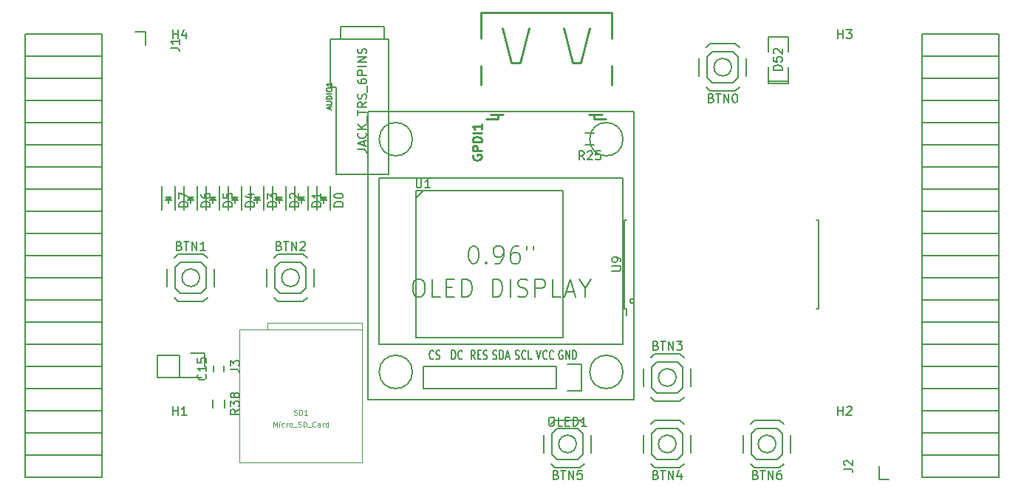
<source format=gto>
G04 #@! TF.FileFunction,Legend,Top*
%FSLAX46Y46*%
G04 Gerber Fmt 4.6, Leading zero omitted, Abs format (unit mm)*
G04 Created by KiCad (PCBNEW 4.0.5+dfsg1-4) date Wed May 17 14:14:23 2017*
%MOMM*%
%LPD*%
G01*
G04 APERTURE LIST*
%ADD10C,0.100000*%
%ADD11C,0.150000*%
%ADD12C,0.010160*%
%ADD13C,0.152400*%
%ADD14C,0.254000*%
%ADD15C,0.124460*%
G04 APERTURE END LIST*
D10*
D11*
X130080000Y-96200000D02*
X146880000Y-96200000D01*
X146880000Y-96200000D02*
X146880000Y-79400000D01*
X146880000Y-79400000D02*
X130080000Y-79400000D01*
X130080000Y-79400000D02*
X130080000Y-96200000D01*
X130880000Y-79400000D02*
X130080000Y-80200000D01*
X170427000Y-66881000D02*
X170427000Y-67135000D01*
X170427000Y-67135000D02*
X172713000Y-67135000D01*
X172713000Y-67135000D02*
X172713000Y-66881000D01*
X170427000Y-66881000D02*
X172713000Y-66881000D01*
X172713000Y-66881000D02*
X172713000Y-65230000D01*
X170427000Y-63452000D02*
X170427000Y-61801000D01*
X170427000Y-61801000D02*
X172713000Y-61801000D01*
X172713000Y-61801000D02*
X172713000Y-63452000D01*
X170427000Y-65230000D02*
X170427000Y-66881000D01*
D12*
X113070000Y-95320000D02*
X113070000Y-94520000D01*
X113070000Y-94520000D02*
X123870000Y-94520000D01*
X123870000Y-94520000D02*
X123870000Y-95320000D01*
X109870000Y-110520000D02*
X109870000Y-95320000D01*
X109870000Y-95320000D02*
X123870000Y-95320000D01*
X123870000Y-95320000D02*
X123870000Y-110520000D01*
X123870000Y-110520000D02*
X109870000Y-110520000D01*
D11*
X105260000Y-89360000D02*
G75*
G03X105260000Y-89360000I-1000000J0D01*
G01*
X103060000Y-87560000D02*
X105460000Y-87560000D01*
X102460000Y-88160000D02*
X103060000Y-87560000D01*
X102460000Y-90560000D02*
X102460000Y-88160000D01*
X103060000Y-91160000D02*
X102460000Y-90560000D01*
X105460000Y-91160000D02*
X103060000Y-91160000D01*
X106060000Y-90560000D02*
X105460000Y-91160000D01*
X106060000Y-88160000D02*
X106060000Y-90560000D01*
X105460000Y-87560000D02*
X106060000Y-88160000D01*
X102810000Y-86660000D02*
X105710000Y-86660000D01*
X102360000Y-87110000D02*
X102810000Y-86660000D01*
X101560000Y-90360000D02*
X101560000Y-88360000D01*
X102810000Y-92060000D02*
X102360000Y-91610000D01*
X105710000Y-92060000D02*
X102810000Y-92060000D01*
X106160000Y-91610000D02*
X105710000Y-92060000D01*
X106960000Y-88360000D02*
X106960000Y-90360000D01*
X105710000Y-86660000D02*
X106160000Y-87110000D01*
X116690000Y-89360000D02*
G75*
G03X116690000Y-89360000I-1000000J0D01*
G01*
X114490000Y-87560000D02*
X116890000Y-87560000D01*
X113890000Y-88160000D02*
X114490000Y-87560000D01*
X113890000Y-90560000D02*
X113890000Y-88160000D01*
X114490000Y-91160000D02*
X113890000Y-90560000D01*
X116890000Y-91160000D02*
X114490000Y-91160000D01*
X117490000Y-90560000D02*
X116890000Y-91160000D01*
X117490000Y-88160000D02*
X117490000Y-90560000D01*
X116890000Y-87560000D02*
X117490000Y-88160000D01*
X114240000Y-86660000D02*
X117140000Y-86660000D01*
X113790000Y-87110000D02*
X114240000Y-86660000D01*
X112990000Y-90360000D02*
X112990000Y-88360000D01*
X114240000Y-92060000D02*
X113790000Y-91610000D01*
X117140000Y-92060000D02*
X114240000Y-92060000D01*
X117590000Y-91610000D02*
X117140000Y-92060000D01*
X118390000Y-88360000D02*
X118390000Y-90360000D01*
X117140000Y-86660000D02*
X117590000Y-87110000D01*
X159870000Y-100790000D02*
G75*
G03X159870000Y-100790000I-1000000J0D01*
G01*
X157670000Y-98990000D02*
X160070000Y-98990000D01*
X157070000Y-99590000D02*
X157670000Y-98990000D01*
X157070000Y-101990000D02*
X157070000Y-99590000D01*
X157670000Y-102590000D02*
X157070000Y-101990000D01*
X160070000Y-102590000D02*
X157670000Y-102590000D01*
X160670000Y-101990000D02*
X160070000Y-102590000D01*
X160670000Y-99590000D02*
X160670000Y-101990000D01*
X160070000Y-98990000D02*
X160670000Y-99590000D01*
X157420000Y-98090000D02*
X160320000Y-98090000D01*
X156970000Y-98540000D02*
X157420000Y-98090000D01*
X156170000Y-101790000D02*
X156170000Y-99790000D01*
X157420000Y-103490000D02*
X156970000Y-103040000D01*
X160320000Y-103490000D02*
X157420000Y-103490000D01*
X160770000Y-103040000D02*
X160320000Y-103490000D01*
X161570000Y-99790000D02*
X161570000Y-101790000D01*
X160320000Y-98090000D02*
X160770000Y-98540000D01*
X159870000Y-108410000D02*
G75*
G03X159870000Y-108410000I-1000000J0D01*
G01*
X160070000Y-110210000D02*
X157670000Y-110210000D01*
X160670000Y-109610000D02*
X160070000Y-110210000D01*
X160670000Y-107210000D02*
X160670000Y-109610000D01*
X160070000Y-106610000D02*
X160670000Y-107210000D01*
X157670000Y-106610000D02*
X160070000Y-106610000D01*
X157070000Y-107210000D02*
X157670000Y-106610000D01*
X157070000Y-109610000D02*
X157070000Y-107210000D01*
X157670000Y-110210000D02*
X157070000Y-109610000D01*
X160320000Y-111110000D02*
X157420000Y-111110000D01*
X160770000Y-110660000D02*
X160320000Y-111110000D01*
X161570000Y-107410000D02*
X161570000Y-109410000D01*
X160320000Y-105710000D02*
X160770000Y-106160000D01*
X157420000Y-105710000D02*
X160320000Y-105710000D01*
X156970000Y-106160000D02*
X157420000Y-105710000D01*
X156170000Y-109410000D02*
X156170000Y-107410000D01*
X157420000Y-111110000D02*
X156970000Y-110660000D01*
X148440000Y-108410000D02*
G75*
G03X148440000Y-108410000I-1000000J0D01*
G01*
X148640000Y-110210000D02*
X146240000Y-110210000D01*
X149240000Y-109610000D02*
X148640000Y-110210000D01*
X149240000Y-107210000D02*
X149240000Y-109610000D01*
X148640000Y-106610000D02*
X149240000Y-107210000D01*
X146240000Y-106610000D02*
X148640000Y-106610000D01*
X145640000Y-107210000D02*
X146240000Y-106610000D01*
X145640000Y-109610000D02*
X145640000Y-107210000D01*
X146240000Y-110210000D02*
X145640000Y-109610000D01*
X148890000Y-111110000D02*
X145990000Y-111110000D01*
X149340000Y-110660000D02*
X148890000Y-111110000D01*
X150140000Y-107410000D02*
X150140000Y-109410000D01*
X148890000Y-105710000D02*
X149340000Y-106160000D01*
X145990000Y-105710000D02*
X148890000Y-105710000D01*
X145540000Y-106160000D02*
X145990000Y-105710000D01*
X144740000Y-109410000D02*
X144740000Y-107410000D01*
X145990000Y-111110000D02*
X145540000Y-110660000D01*
X171300000Y-108410000D02*
G75*
G03X171300000Y-108410000I-1000000J0D01*
G01*
X171500000Y-110210000D02*
X169100000Y-110210000D01*
X172100000Y-109610000D02*
X171500000Y-110210000D01*
X172100000Y-107210000D02*
X172100000Y-109610000D01*
X171500000Y-106610000D02*
X172100000Y-107210000D01*
X169100000Y-106610000D02*
X171500000Y-106610000D01*
X168500000Y-107210000D02*
X169100000Y-106610000D01*
X168500000Y-109610000D02*
X168500000Y-107210000D01*
X169100000Y-110210000D02*
X168500000Y-109610000D01*
X171750000Y-111110000D02*
X168850000Y-111110000D01*
X172200000Y-110660000D02*
X171750000Y-111110000D01*
X173000000Y-107410000D02*
X173000000Y-109410000D01*
X171750000Y-105710000D02*
X172200000Y-106160000D01*
X168850000Y-105710000D02*
X171750000Y-105710000D01*
X168400000Y-106160000D02*
X168850000Y-105710000D01*
X167600000Y-109410000D02*
X167600000Y-107410000D01*
X168850000Y-111110000D02*
X168400000Y-110660000D01*
X118750000Y-78870000D02*
X118750000Y-81570000D01*
X120250000Y-78870000D02*
X120250000Y-81570000D01*
X119350000Y-80370000D02*
X119600000Y-80370000D01*
X119600000Y-80370000D02*
X119450000Y-80220000D01*
X119850000Y-80120000D02*
X119150000Y-80120000D01*
X119500000Y-80470000D02*
X119500000Y-80820000D01*
X119500000Y-80120000D02*
X119850000Y-80470000D01*
X119850000Y-80470000D02*
X119150000Y-80470000D01*
X119150000Y-80470000D02*
X119500000Y-80120000D01*
X116210000Y-78870000D02*
X116210000Y-81570000D01*
X117710000Y-78870000D02*
X117710000Y-81570000D01*
X116810000Y-80370000D02*
X117060000Y-80370000D01*
X117060000Y-80370000D02*
X116910000Y-80220000D01*
X117310000Y-80120000D02*
X116610000Y-80120000D01*
X116960000Y-80470000D02*
X116960000Y-80820000D01*
X116960000Y-80120000D02*
X117310000Y-80470000D01*
X117310000Y-80470000D02*
X116610000Y-80470000D01*
X116610000Y-80470000D02*
X116960000Y-80120000D01*
X113670000Y-78870000D02*
X113670000Y-81570000D01*
X115170000Y-78870000D02*
X115170000Y-81570000D01*
X114270000Y-80370000D02*
X114520000Y-80370000D01*
X114520000Y-80370000D02*
X114370000Y-80220000D01*
X114770000Y-80120000D02*
X114070000Y-80120000D01*
X114420000Y-80470000D02*
X114420000Y-80820000D01*
X114420000Y-80120000D02*
X114770000Y-80470000D01*
X114770000Y-80470000D02*
X114070000Y-80470000D01*
X114070000Y-80470000D02*
X114420000Y-80120000D01*
X111130000Y-78870000D02*
X111130000Y-81570000D01*
X112630000Y-78870000D02*
X112630000Y-81570000D01*
X111730000Y-80370000D02*
X111980000Y-80370000D01*
X111980000Y-80370000D02*
X111830000Y-80220000D01*
X112230000Y-80120000D02*
X111530000Y-80120000D01*
X111880000Y-80470000D02*
X111880000Y-80820000D01*
X111880000Y-80120000D02*
X112230000Y-80470000D01*
X112230000Y-80470000D02*
X111530000Y-80470000D01*
X111530000Y-80470000D02*
X111880000Y-80120000D01*
X108590000Y-78870000D02*
X108590000Y-81570000D01*
X110090000Y-78870000D02*
X110090000Y-81570000D01*
X109190000Y-80370000D02*
X109440000Y-80370000D01*
X109440000Y-80370000D02*
X109290000Y-80220000D01*
X109690000Y-80120000D02*
X108990000Y-80120000D01*
X109340000Y-80470000D02*
X109340000Y-80820000D01*
X109340000Y-80120000D02*
X109690000Y-80470000D01*
X109690000Y-80470000D02*
X108990000Y-80470000D01*
X108990000Y-80470000D02*
X109340000Y-80120000D01*
X106050000Y-78870000D02*
X106050000Y-81570000D01*
X107550000Y-78870000D02*
X107550000Y-81570000D01*
X106650000Y-80370000D02*
X106900000Y-80370000D01*
X106900000Y-80370000D02*
X106750000Y-80220000D01*
X107150000Y-80120000D02*
X106450000Y-80120000D01*
X106800000Y-80470000D02*
X106800000Y-80820000D01*
X106800000Y-80120000D02*
X107150000Y-80470000D01*
X107150000Y-80470000D02*
X106450000Y-80470000D01*
X106450000Y-80470000D02*
X106800000Y-80120000D01*
X103510000Y-78870000D02*
X103510000Y-81570000D01*
X105010000Y-78870000D02*
X105010000Y-81570000D01*
X104110000Y-80370000D02*
X104360000Y-80370000D01*
X104360000Y-80370000D02*
X104210000Y-80220000D01*
X104610000Y-80120000D02*
X103910000Y-80120000D01*
X104260000Y-80470000D02*
X104260000Y-80820000D01*
X104260000Y-80120000D02*
X104610000Y-80470000D01*
X104610000Y-80470000D02*
X103910000Y-80470000D01*
X103910000Y-80470000D02*
X104260000Y-80120000D01*
X100970000Y-78870000D02*
X100970000Y-81570000D01*
X102470000Y-78870000D02*
X102470000Y-81570000D01*
X101570000Y-80370000D02*
X101820000Y-80370000D01*
X101820000Y-80370000D02*
X101670000Y-80220000D01*
X102070000Y-80120000D02*
X101370000Y-80120000D01*
X101720000Y-80470000D02*
X101720000Y-80820000D01*
X101720000Y-80120000D02*
X102070000Y-80470000D01*
X102070000Y-80470000D02*
X101370000Y-80470000D01*
X101370000Y-80470000D02*
X101720000Y-80120000D01*
D13*
X120945000Y-77540000D02*
X120945000Y-67540000D01*
X120945000Y-67540000D02*
X120245000Y-67540000D01*
X120245000Y-67540000D02*
X120245000Y-62040000D01*
X126945000Y-77540000D02*
X120945000Y-77540000D01*
X126945000Y-62040000D02*
X126945000Y-77540000D01*
X126945000Y-62040000D02*
X120245000Y-62040000D01*
X126445000Y-62040000D02*
X126445000Y-60540000D01*
X126445000Y-60540000D02*
X121445000Y-60540000D01*
X121445000Y-60540000D02*
X121445000Y-62040000D01*
D11*
X176180000Y-92880000D02*
X175980000Y-92880000D01*
X176180000Y-82720000D02*
X175980000Y-82720000D01*
X155080000Y-92050000D02*
G75*
G03X155080000Y-92050000I-250000J0D01*
G01*
X154180000Y-92880000D02*
X154180000Y-93700000D01*
X153980000Y-92880000D02*
X154180000Y-92880000D01*
X153980000Y-82720000D02*
X154180000Y-82720000D01*
X176190000Y-82720000D02*
X176190000Y-92880000D01*
X153970000Y-92880000D02*
X153970000Y-82720000D01*
D14*
X151378260Y-70648160D02*
X150479100Y-70648160D01*
X150479100Y-70648160D02*
X149879660Y-70648160D01*
X140080340Y-70648160D02*
X139480900Y-70648160D01*
X139480900Y-70648160D02*
X138581740Y-70648160D01*
X137481920Y-67249640D02*
X137481920Y-65098260D01*
X137481920Y-61900400D02*
X137481920Y-58992100D01*
X137481920Y-58992100D02*
X152478080Y-58992100D01*
X152478080Y-58992100D02*
X152478080Y-61900400D01*
X152478080Y-65098260D02*
X152478080Y-67249640D01*
X138106760Y-71148540D02*
X139480900Y-71148540D01*
X139480900Y-71148540D02*
X139480900Y-70648160D01*
X150479100Y-70648160D02*
X150479100Y-71148540D01*
X150479100Y-71148540D02*
X151865940Y-71148540D01*
X142981020Y-60732000D02*
X141980260Y-64732500D01*
X141980260Y-64732500D02*
X140982040Y-64732500D01*
X140982040Y-64732500D02*
X139981280Y-60732000D01*
X146978980Y-60732000D02*
X147979740Y-64732500D01*
X147979740Y-64732500D02*
X148977960Y-64732500D01*
X148977960Y-64732500D02*
X149978720Y-60732000D01*
D11*
X85270000Y-112220000D02*
X94100000Y-112220000D01*
X85270000Y-109680000D02*
X85270000Y-112220000D01*
X94100000Y-109680000D02*
X94100000Y-112220000D01*
X94100000Y-112220000D02*
X85270000Y-112220000D01*
X94100000Y-109680000D02*
X85270000Y-109680000D01*
X94100000Y-107140000D02*
X94100000Y-109680000D01*
X85270000Y-107140000D02*
X85270000Y-109680000D01*
X85270000Y-109680000D02*
X94100000Y-109680000D01*
X85270000Y-91900000D02*
X94100000Y-91900000D01*
X85270000Y-89360000D02*
X85270000Y-91900000D01*
X94100000Y-89360000D02*
X94100000Y-91900000D01*
X94100000Y-91900000D02*
X85270000Y-91900000D01*
X94100000Y-94440000D02*
X85270000Y-94440000D01*
X94100000Y-91900000D02*
X94100000Y-94440000D01*
X85270000Y-91900000D02*
X85270000Y-94440000D01*
X85270000Y-94440000D02*
X94100000Y-94440000D01*
X85270000Y-107140000D02*
X94100000Y-107140000D01*
X85270000Y-104600000D02*
X85270000Y-107140000D01*
X94100000Y-104600000D02*
X94100000Y-107140000D01*
X94100000Y-107140000D02*
X85270000Y-107140000D01*
X94100000Y-104600000D02*
X85270000Y-104600000D01*
X94100000Y-102060000D02*
X94100000Y-104600000D01*
X85270000Y-102060000D02*
X85270000Y-104600000D01*
X85270000Y-104600000D02*
X94100000Y-104600000D01*
X85270000Y-102060000D02*
X94100000Y-102060000D01*
X85270000Y-99520000D02*
X85270000Y-102060000D01*
X94100000Y-99520000D02*
X94100000Y-102060000D01*
X94100000Y-102060000D02*
X85270000Y-102060000D01*
X94100000Y-99520000D02*
X85270000Y-99520000D01*
X94100000Y-96980000D02*
X94100000Y-99520000D01*
X85270000Y-96980000D02*
X85270000Y-99520000D01*
X85270000Y-99520000D02*
X94100000Y-99520000D01*
X85270000Y-96980000D02*
X94100000Y-96980000D01*
X85270000Y-94440000D02*
X85270000Y-96980000D01*
X94100000Y-94440000D02*
X94100000Y-96980000D01*
X94100000Y-96980000D02*
X85270000Y-96980000D01*
X94100000Y-79200000D02*
X85270000Y-79200000D01*
X94100000Y-76660000D02*
X94100000Y-79200000D01*
X85270000Y-76660000D02*
X85270000Y-79200000D01*
X85270000Y-79200000D02*
X94100000Y-79200000D01*
X85270000Y-81740000D02*
X94100000Y-81740000D01*
X85270000Y-79200000D02*
X85270000Y-81740000D01*
X94100000Y-79200000D02*
X94100000Y-81740000D01*
X94100000Y-81740000D02*
X85270000Y-81740000D01*
X94100000Y-84280000D02*
X85270000Y-84280000D01*
X94100000Y-81740000D02*
X94100000Y-84280000D01*
X85270000Y-81740000D02*
X85270000Y-84280000D01*
X85270000Y-84280000D02*
X94100000Y-84280000D01*
X85270000Y-86820000D02*
X94100000Y-86820000D01*
X85270000Y-84280000D02*
X85270000Y-86820000D01*
X94100000Y-84280000D02*
X94100000Y-86820000D01*
X94100000Y-86820000D02*
X85270000Y-86820000D01*
X94100000Y-89360000D02*
X85270000Y-89360000D01*
X94100000Y-86820000D02*
X94100000Y-89360000D01*
X85270000Y-86820000D02*
X85270000Y-89360000D01*
X85270000Y-89360000D02*
X94100000Y-89360000D01*
X85270000Y-76660000D02*
X94100000Y-76660000D01*
X85270000Y-74120000D02*
X85270000Y-76660000D01*
X94100000Y-74120000D02*
X94100000Y-76660000D01*
X94100000Y-76660000D02*
X85270000Y-76660000D01*
X94100000Y-74120000D02*
X85270000Y-74120000D01*
X94100000Y-71580000D02*
X94100000Y-74120000D01*
X85270000Y-71580000D02*
X85270000Y-74120000D01*
X85270000Y-74120000D02*
X94100000Y-74120000D01*
X85270000Y-71580000D02*
X94100000Y-71580000D01*
X85270000Y-69040000D02*
X85270000Y-71580000D01*
X94100000Y-69040000D02*
X94100000Y-71580000D01*
X94100000Y-71580000D02*
X85270000Y-71580000D01*
X94100000Y-69040000D02*
X85270000Y-69040000D01*
X94100000Y-66500000D02*
X94100000Y-69040000D01*
X85270000Y-66500000D02*
X85270000Y-69040000D01*
X85270000Y-69040000D02*
X94100000Y-69040000D01*
X85270000Y-66500000D02*
X94100000Y-66500000D01*
X85270000Y-63960000D02*
X85270000Y-66500000D01*
X94100000Y-63960000D02*
X94100000Y-66500000D01*
X94100000Y-66500000D02*
X85270000Y-66500000D01*
X94100000Y-63960000D02*
X85270000Y-63960000D01*
X94100000Y-61420000D02*
X94100000Y-63960000D01*
X99060000Y-62690000D02*
X99060000Y-61140000D01*
X99060000Y-61140000D02*
X97910000Y-61140000D01*
X94100000Y-61420000D02*
X85270000Y-61420000D01*
X85270000Y-61420000D02*
X85270000Y-63960000D01*
X85270000Y-63960000D02*
X94100000Y-63960000D01*
X196910000Y-61420000D02*
X188080000Y-61420000D01*
X196910000Y-63960000D02*
X196910000Y-61420000D01*
X188080000Y-63960000D02*
X188080000Y-61420000D01*
X188080000Y-61420000D02*
X196910000Y-61420000D01*
X188080000Y-63960000D02*
X196910000Y-63960000D01*
X188080000Y-66500000D02*
X188080000Y-63960000D01*
X196910000Y-66500000D02*
X196910000Y-63960000D01*
X196910000Y-63960000D02*
X188080000Y-63960000D01*
X196910000Y-81740000D02*
X188080000Y-81740000D01*
X196910000Y-84280000D02*
X196910000Y-81740000D01*
X188080000Y-84280000D02*
X188080000Y-81740000D01*
X188080000Y-81740000D02*
X196910000Y-81740000D01*
X188080000Y-79200000D02*
X196910000Y-79200000D01*
X188080000Y-81740000D02*
X188080000Y-79200000D01*
X196910000Y-81740000D02*
X196910000Y-79200000D01*
X196910000Y-79200000D02*
X188080000Y-79200000D01*
X196910000Y-66500000D02*
X188080000Y-66500000D01*
X196910000Y-69040000D02*
X196910000Y-66500000D01*
X188080000Y-69040000D02*
X188080000Y-66500000D01*
X188080000Y-66500000D02*
X196910000Y-66500000D01*
X188080000Y-69040000D02*
X196910000Y-69040000D01*
X188080000Y-71580000D02*
X188080000Y-69040000D01*
X196910000Y-71580000D02*
X196910000Y-69040000D01*
X196910000Y-69040000D02*
X188080000Y-69040000D01*
X196910000Y-71580000D02*
X188080000Y-71580000D01*
X196910000Y-74120000D02*
X196910000Y-71580000D01*
X188080000Y-74120000D02*
X188080000Y-71580000D01*
X188080000Y-71580000D02*
X196910000Y-71580000D01*
X188080000Y-74120000D02*
X196910000Y-74120000D01*
X188080000Y-76660000D02*
X188080000Y-74120000D01*
X196910000Y-76660000D02*
X196910000Y-74120000D01*
X196910000Y-74120000D02*
X188080000Y-74120000D01*
X196910000Y-76660000D02*
X188080000Y-76660000D01*
X196910000Y-79200000D02*
X196910000Y-76660000D01*
X188080000Y-79200000D02*
X188080000Y-76660000D01*
X188080000Y-76660000D02*
X196910000Y-76660000D01*
X188080000Y-94440000D02*
X196910000Y-94440000D01*
X188080000Y-96980000D02*
X188080000Y-94440000D01*
X196910000Y-96980000D02*
X196910000Y-94440000D01*
X196910000Y-94440000D02*
X188080000Y-94440000D01*
X196910000Y-91900000D02*
X188080000Y-91900000D01*
X196910000Y-94440000D02*
X196910000Y-91900000D01*
X188080000Y-94440000D02*
X188080000Y-91900000D01*
X188080000Y-91900000D02*
X196910000Y-91900000D01*
X188080000Y-89360000D02*
X196910000Y-89360000D01*
X188080000Y-91900000D02*
X188080000Y-89360000D01*
X196910000Y-91900000D02*
X196910000Y-89360000D01*
X196910000Y-89360000D02*
X188080000Y-89360000D01*
X196910000Y-86820000D02*
X188080000Y-86820000D01*
X196910000Y-89360000D02*
X196910000Y-86820000D01*
X188080000Y-89360000D02*
X188080000Y-86820000D01*
X188080000Y-86820000D02*
X196910000Y-86820000D01*
X188080000Y-84280000D02*
X196910000Y-84280000D01*
X188080000Y-86820000D02*
X188080000Y-84280000D01*
X196910000Y-86820000D02*
X196910000Y-84280000D01*
X196910000Y-84280000D02*
X188080000Y-84280000D01*
X196910000Y-96980000D02*
X188080000Y-96980000D01*
X196910000Y-99520000D02*
X196910000Y-96980000D01*
X188080000Y-99520000D02*
X188080000Y-96980000D01*
X188080000Y-96980000D02*
X196910000Y-96980000D01*
X188080000Y-99520000D02*
X196910000Y-99520000D01*
X188080000Y-102060000D02*
X188080000Y-99520000D01*
X196910000Y-102060000D02*
X196910000Y-99520000D01*
X196910000Y-99520000D02*
X188080000Y-99520000D01*
X196910000Y-102060000D02*
X188080000Y-102060000D01*
X196910000Y-104600000D02*
X196910000Y-102060000D01*
X188080000Y-104600000D02*
X188080000Y-102060000D01*
X188080000Y-102060000D02*
X196910000Y-102060000D01*
X188080000Y-104600000D02*
X196910000Y-104600000D01*
X188080000Y-107140000D02*
X188080000Y-104600000D01*
X196910000Y-107140000D02*
X196910000Y-104600000D01*
X196910000Y-104600000D02*
X188080000Y-104600000D01*
X196910000Y-107140000D02*
X188080000Y-107140000D01*
X196910000Y-109680000D02*
X196910000Y-107140000D01*
X188080000Y-109680000D02*
X188080000Y-107140000D01*
X188080000Y-107140000D02*
X196910000Y-107140000D01*
X188080000Y-109680000D02*
X196910000Y-109680000D01*
X188080000Y-112220000D02*
X188080000Y-109680000D01*
X183120000Y-110950000D02*
X183120000Y-112500000D01*
X183120000Y-112500000D02*
X184270000Y-112500000D01*
X188080000Y-112220000D02*
X196910000Y-112220000D01*
X196910000Y-112220000D02*
X196910000Y-109680000D01*
X196910000Y-109680000D02*
X188080000Y-109680000D01*
X166220000Y-65230000D02*
G75*
G03X166220000Y-65230000I-1000000J0D01*
G01*
X166420000Y-67030000D02*
X164020000Y-67030000D01*
X167020000Y-66430000D02*
X166420000Y-67030000D01*
X167020000Y-64030000D02*
X167020000Y-66430000D01*
X166420000Y-63430000D02*
X167020000Y-64030000D01*
X164020000Y-63430000D02*
X166420000Y-63430000D01*
X163420000Y-64030000D02*
X164020000Y-63430000D01*
X163420000Y-66430000D02*
X163420000Y-64030000D01*
X164020000Y-67030000D02*
X163420000Y-66430000D01*
X166670000Y-67930000D02*
X163770000Y-67930000D01*
X167120000Y-67480000D02*
X166670000Y-67930000D01*
X167920000Y-64230000D02*
X167920000Y-66230000D01*
X166670000Y-62530000D02*
X167120000Y-62980000D01*
X163770000Y-62530000D02*
X166670000Y-62530000D01*
X163320000Y-62980000D02*
X163770000Y-62530000D01*
X162520000Y-66230000D02*
X162520000Y-64230000D01*
X163770000Y-67930000D02*
X163320000Y-67480000D01*
X149480000Y-72810000D02*
X150480000Y-72810000D01*
X150480000Y-74160000D02*
X149480000Y-74160000D01*
X105810000Y-99520000D02*
X105810000Y-97970000D01*
X102990000Y-100790000D02*
X105530000Y-100790000D01*
X105810000Y-97970000D02*
X104260000Y-97970000D01*
X100450000Y-100790000D02*
X102990000Y-100790000D01*
X102990000Y-100790000D02*
X102990000Y-98250000D01*
X102990000Y-98250000D02*
X100450000Y-98250000D01*
X100450000Y-98250000D02*
X100450000Y-100790000D01*
X153790000Y-73485000D02*
G75*
G03X153790000Y-73485000I-1905000J0D01*
G01*
X129660000Y-73485000D02*
G75*
G03X129660000Y-73485000I-1905000J0D01*
G01*
X129660000Y-100155000D02*
G75*
G03X129660000Y-100155000I-1905000J0D01*
G01*
X153790000Y-100155000D02*
G75*
G03X153790000Y-100155000I-1905000J0D01*
G01*
X153790000Y-77930000D02*
X153790000Y-96980000D01*
X125850000Y-77930000D02*
X153790000Y-77930000D01*
X125850000Y-96980000D02*
X125850000Y-77930000D01*
X153790000Y-96980000D02*
X125850000Y-96980000D01*
X155060000Y-70310000D02*
X155060000Y-103330000D01*
X124580000Y-70310000D02*
X155060000Y-70310000D01*
X124580000Y-103330000D02*
X124580000Y-70310000D01*
X155060000Y-103330000D02*
X124580000Y-103330000D01*
X146170000Y-99520000D02*
X130930000Y-99520000D01*
X130930000Y-99520000D02*
X130930000Y-102060000D01*
X130930000Y-102060000D02*
X146170000Y-102060000D01*
X148990000Y-99240000D02*
X147440000Y-99240000D01*
X146170000Y-99520000D02*
X146170000Y-102060000D01*
X147440000Y-102340000D02*
X148990000Y-102340000D01*
X148990000Y-102340000D02*
X148990000Y-99240000D01*
X106880000Y-100150000D02*
X106880000Y-99450000D01*
X108080000Y-99450000D02*
X108080000Y-100150000D01*
X106805000Y-104300000D02*
X106805000Y-103300000D01*
X108155000Y-103300000D02*
X108155000Y-104300000D01*
X130118095Y-78052381D02*
X130118095Y-78861905D01*
X130165714Y-78957143D01*
X130213333Y-79004762D01*
X130308571Y-79052381D01*
X130499048Y-79052381D01*
X130594286Y-79004762D01*
X130641905Y-78957143D01*
X130689524Y-78861905D01*
X130689524Y-78052381D01*
X131689524Y-79052381D02*
X131118095Y-79052381D01*
X131403809Y-79052381D02*
X131403809Y-78052381D01*
X131308571Y-78195238D01*
X131213333Y-78290476D01*
X131118095Y-78338095D01*
X172022381Y-65555286D02*
X171022381Y-65555286D01*
X171022381Y-65317191D01*
X171070000Y-65174333D01*
X171165238Y-65079095D01*
X171260476Y-65031476D01*
X171450952Y-64983857D01*
X171593810Y-64983857D01*
X171784286Y-65031476D01*
X171879524Y-65079095D01*
X171974762Y-65174333D01*
X172022381Y-65317191D01*
X172022381Y-65555286D01*
X171022381Y-64079095D02*
X171022381Y-64555286D01*
X171498571Y-64602905D01*
X171450952Y-64555286D01*
X171403333Y-64460048D01*
X171403333Y-64221952D01*
X171450952Y-64126714D01*
X171498571Y-64079095D01*
X171593810Y-64031476D01*
X171831905Y-64031476D01*
X171927143Y-64079095D01*
X171974762Y-64126714D01*
X172022381Y-64221952D01*
X172022381Y-64460048D01*
X171974762Y-64555286D01*
X171927143Y-64602905D01*
X171117619Y-63650524D02*
X171070000Y-63602905D01*
X171022381Y-63507667D01*
X171022381Y-63269571D01*
X171070000Y-63174333D01*
X171117619Y-63126714D01*
X171212857Y-63079095D01*
X171308095Y-63079095D01*
X171450952Y-63126714D01*
X172022381Y-63698143D01*
X172022381Y-63079095D01*
D15*
X116113564Y-105062630D02*
X116199198Y-105091175D01*
X116341922Y-105091175D01*
X116399012Y-105062630D01*
X116427556Y-105034086D01*
X116456101Y-104976996D01*
X116456101Y-104919907D01*
X116427556Y-104862817D01*
X116399012Y-104834272D01*
X116341922Y-104805728D01*
X116227743Y-104777183D01*
X116170654Y-104748638D01*
X116142109Y-104720093D01*
X116113564Y-104663004D01*
X116113564Y-104605914D01*
X116142109Y-104548825D01*
X116170654Y-104520280D01*
X116227743Y-104491735D01*
X116370467Y-104491735D01*
X116456101Y-104520280D01*
X116713004Y-105091175D02*
X116713004Y-104491735D01*
X116855728Y-104491735D01*
X116941362Y-104520280D01*
X116998451Y-104577370D01*
X117026996Y-104634459D01*
X117055541Y-104748638D01*
X117055541Y-104834272D01*
X117026996Y-104948451D01*
X116998451Y-105005541D01*
X116941362Y-105062630D01*
X116855728Y-105091175D01*
X116713004Y-105091175D01*
X117626436Y-105091175D02*
X117283899Y-105091175D01*
X117455168Y-105091175D02*
X117455168Y-104491735D01*
X117398078Y-104577370D01*
X117340989Y-104634459D01*
X117283899Y-104663004D01*
X113744350Y-106441175D02*
X113744350Y-105841735D01*
X113944163Y-106269907D01*
X114143976Y-105841735D01*
X114143976Y-106441175D01*
X114429424Y-106441175D02*
X114429424Y-106041549D01*
X114429424Y-105841735D02*
X114400879Y-105870280D01*
X114429424Y-105898825D01*
X114457969Y-105870280D01*
X114429424Y-105841735D01*
X114429424Y-105898825D01*
X114971775Y-106412630D02*
X114914685Y-106441175D01*
X114800506Y-106441175D01*
X114743417Y-106412630D01*
X114714872Y-106384086D01*
X114686327Y-106326996D01*
X114686327Y-106155728D01*
X114714872Y-106098638D01*
X114743417Y-106070093D01*
X114800506Y-106041549D01*
X114914685Y-106041549D01*
X114971775Y-106070093D01*
X115228678Y-106441175D02*
X115228678Y-106041549D01*
X115228678Y-106155728D02*
X115257223Y-106098638D01*
X115285767Y-106070093D01*
X115342857Y-106041549D01*
X115399946Y-106041549D01*
X115685394Y-106441175D02*
X115628305Y-106412630D01*
X115599760Y-106384086D01*
X115571215Y-106326996D01*
X115571215Y-106155728D01*
X115599760Y-106098638D01*
X115628305Y-106070093D01*
X115685394Y-106041549D01*
X115771028Y-106041549D01*
X115828118Y-106070093D01*
X115856663Y-106098638D01*
X115885207Y-106155728D01*
X115885207Y-106326996D01*
X115856663Y-106384086D01*
X115828118Y-106412630D01*
X115771028Y-106441175D01*
X115685394Y-106441175D01*
X115999386Y-106498265D02*
X116456102Y-106498265D01*
X116570281Y-106412630D02*
X116655915Y-106441175D01*
X116798639Y-106441175D01*
X116855729Y-106412630D01*
X116884273Y-106384086D01*
X116912818Y-106326996D01*
X116912818Y-106269907D01*
X116884273Y-106212817D01*
X116855729Y-106184272D01*
X116798639Y-106155728D01*
X116684460Y-106127183D01*
X116627371Y-106098638D01*
X116598826Y-106070093D01*
X116570281Y-106013004D01*
X116570281Y-105955914D01*
X116598826Y-105898825D01*
X116627371Y-105870280D01*
X116684460Y-105841735D01*
X116827184Y-105841735D01*
X116912818Y-105870280D01*
X117169721Y-106441175D02*
X117169721Y-105841735D01*
X117312445Y-105841735D01*
X117398079Y-105870280D01*
X117455168Y-105927370D01*
X117483713Y-105984459D01*
X117512258Y-106098638D01*
X117512258Y-106184272D01*
X117483713Y-106298451D01*
X117455168Y-106355541D01*
X117398079Y-106412630D01*
X117312445Y-106441175D01*
X117169721Y-106441175D01*
X117626437Y-106498265D02*
X118083153Y-106498265D01*
X118568414Y-106384086D02*
X118539869Y-106412630D01*
X118454235Y-106441175D01*
X118397145Y-106441175D01*
X118311511Y-106412630D01*
X118254422Y-106355541D01*
X118225877Y-106298451D01*
X118197332Y-106184272D01*
X118197332Y-106098638D01*
X118225877Y-105984459D01*
X118254422Y-105927370D01*
X118311511Y-105870280D01*
X118397145Y-105841735D01*
X118454235Y-105841735D01*
X118539869Y-105870280D01*
X118568414Y-105898825D01*
X119082220Y-106441175D02*
X119082220Y-106127183D01*
X119053675Y-106070093D01*
X118996585Y-106041549D01*
X118882406Y-106041549D01*
X118825317Y-106070093D01*
X119082220Y-106412630D02*
X119025130Y-106441175D01*
X118882406Y-106441175D01*
X118825317Y-106412630D01*
X118796772Y-106355541D01*
X118796772Y-106298451D01*
X118825317Y-106241362D01*
X118882406Y-106212817D01*
X119025130Y-106212817D01*
X119082220Y-106184272D01*
X119367667Y-106441175D02*
X119367667Y-106041549D01*
X119367667Y-106155728D02*
X119396212Y-106098638D01*
X119424756Y-106070093D01*
X119481846Y-106041549D01*
X119538935Y-106041549D01*
X119995652Y-106441175D02*
X119995652Y-105841735D01*
X119995652Y-106412630D02*
X119938562Y-106441175D01*
X119824383Y-106441175D01*
X119767294Y-106412630D01*
X119738749Y-106384086D01*
X119710204Y-106326996D01*
X119710204Y-106155728D01*
X119738749Y-106098638D01*
X119767294Y-106070093D01*
X119824383Y-106041549D01*
X119938562Y-106041549D01*
X119995652Y-106070093D01*
D11*
X102950477Y-85688571D02*
X103093334Y-85736190D01*
X103140953Y-85783810D01*
X103188572Y-85879048D01*
X103188572Y-86021905D01*
X103140953Y-86117143D01*
X103093334Y-86164762D01*
X102998096Y-86212381D01*
X102617143Y-86212381D01*
X102617143Y-85212381D01*
X102950477Y-85212381D01*
X103045715Y-85260000D01*
X103093334Y-85307619D01*
X103140953Y-85402857D01*
X103140953Y-85498095D01*
X103093334Y-85593333D01*
X103045715Y-85640952D01*
X102950477Y-85688571D01*
X102617143Y-85688571D01*
X103474286Y-85212381D02*
X104045715Y-85212381D01*
X103760000Y-86212381D02*
X103760000Y-85212381D01*
X104379048Y-86212381D02*
X104379048Y-85212381D01*
X104950477Y-86212381D01*
X104950477Y-85212381D01*
X105950477Y-86212381D02*
X105379048Y-86212381D01*
X105664762Y-86212381D02*
X105664762Y-85212381D01*
X105569524Y-85355238D01*
X105474286Y-85450476D01*
X105379048Y-85498095D01*
X114380477Y-85688571D02*
X114523334Y-85736190D01*
X114570953Y-85783810D01*
X114618572Y-85879048D01*
X114618572Y-86021905D01*
X114570953Y-86117143D01*
X114523334Y-86164762D01*
X114428096Y-86212381D01*
X114047143Y-86212381D01*
X114047143Y-85212381D01*
X114380477Y-85212381D01*
X114475715Y-85260000D01*
X114523334Y-85307619D01*
X114570953Y-85402857D01*
X114570953Y-85498095D01*
X114523334Y-85593333D01*
X114475715Y-85640952D01*
X114380477Y-85688571D01*
X114047143Y-85688571D01*
X114904286Y-85212381D02*
X115475715Y-85212381D01*
X115190000Y-86212381D02*
X115190000Y-85212381D01*
X115809048Y-86212381D02*
X115809048Y-85212381D01*
X116380477Y-86212381D01*
X116380477Y-85212381D01*
X116809048Y-85307619D02*
X116856667Y-85260000D01*
X116951905Y-85212381D01*
X117190001Y-85212381D01*
X117285239Y-85260000D01*
X117332858Y-85307619D01*
X117380477Y-85402857D01*
X117380477Y-85498095D01*
X117332858Y-85640952D01*
X116761429Y-86212381D01*
X117380477Y-86212381D01*
X157560477Y-97118571D02*
X157703334Y-97166190D01*
X157750953Y-97213810D01*
X157798572Y-97309048D01*
X157798572Y-97451905D01*
X157750953Y-97547143D01*
X157703334Y-97594762D01*
X157608096Y-97642381D01*
X157227143Y-97642381D01*
X157227143Y-96642381D01*
X157560477Y-96642381D01*
X157655715Y-96690000D01*
X157703334Y-96737619D01*
X157750953Y-96832857D01*
X157750953Y-96928095D01*
X157703334Y-97023333D01*
X157655715Y-97070952D01*
X157560477Y-97118571D01*
X157227143Y-97118571D01*
X158084286Y-96642381D02*
X158655715Y-96642381D01*
X158370000Y-97642381D02*
X158370000Y-96642381D01*
X158989048Y-97642381D02*
X158989048Y-96642381D01*
X159560477Y-97642381D01*
X159560477Y-96642381D01*
X159941429Y-96642381D02*
X160560477Y-96642381D01*
X160227143Y-97023333D01*
X160370001Y-97023333D01*
X160465239Y-97070952D01*
X160512858Y-97118571D01*
X160560477Y-97213810D01*
X160560477Y-97451905D01*
X160512858Y-97547143D01*
X160465239Y-97594762D01*
X160370001Y-97642381D01*
X160084286Y-97642381D01*
X159989048Y-97594762D01*
X159941429Y-97547143D01*
X157560477Y-111938571D02*
X157703334Y-111986190D01*
X157750953Y-112033810D01*
X157798572Y-112129048D01*
X157798572Y-112271905D01*
X157750953Y-112367143D01*
X157703334Y-112414762D01*
X157608096Y-112462381D01*
X157227143Y-112462381D01*
X157227143Y-111462381D01*
X157560477Y-111462381D01*
X157655715Y-111510000D01*
X157703334Y-111557619D01*
X157750953Y-111652857D01*
X157750953Y-111748095D01*
X157703334Y-111843333D01*
X157655715Y-111890952D01*
X157560477Y-111938571D01*
X157227143Y-111938571D01*
X158084286Y-111462381D02*
X158655715Y-111462381D01*
X158370000Y-112462381D02*
X158370000Y-111462381D01*
X158989048Y-112462381D02*
X158989048Y-111462381D01*
X159560477Y-112462381D01*
X159560477Y-111462381D01*
X160465239Y-111795714D02*
X160465239Y-112462381D01*
X160227143Y-111414762D02*
X159989048Y-112129048D01*
X160608096Y-112129048D01*
X146130477Y-111938571D02*
X146273334Y-111986190D01*
X146320953Y-112033810D01*
X146368572Y-112129048D01*
X146368572Y-112271905D01*
X146320953Y-112367143D01*
X146273334Y-112414762D01*
X146178096Y-112462381D01*
X145797143Y-112462381D01*
X145797143Y-111462381D01*
X146130477Y-111462381D01*
X146225715Y-111510000D01*
X146273334Y-111557619D01*
X146320953Y-111652857D01*
X146320953Y-111748095D01*
X146273334Y-111843333D01*
X146225715Y-111890952D01*
X146130477Y-111938571D01*
X145797143Y-111938571D01*
X146654286Y-111462381D02*
X147225715Y-111462381D01*
X146940000Y-112462381D02*
X146940000Y-111462381D01*
X147559048Y-112462381D02*
X147559048Y-111462381D01*
X148130477Y-112462381D01*
X148130477Y-111462381D01*
X149082858Y-111462381D02*
X148606667Y-111462381D01*
X148559048Y-111938571D01*
X148606667Y-111890952D01*
X148701905Y-111843333D01*
X148940001Y-111843333D01*
X149035239Y-111890952D01*
X149082858Y-111938571D01*
X149130477Y-112033810D01*
X149130477Y-112271905D01*
X149082858Y-112367143D01*
X149035239Y-112414762D01*
X148940001Y-112462381D01*
X148701905Y-112462381D01*
X148606667Y-112414762D01*
X148559048Y-112367143D01*
X168990477Y-111938571D02*
X169133334Y-111986190D01*
X169180953Y-112033810D01*
X169228572Y-112129048D01*
X169228572Y-112271905D01*
X169180953Y-112367143D01*
X169133334Y-112414762D01*
X169038096Y-112462381D01*
X168657143Y-112462381D01*
X168657143Y-111462381D01*
X168990477Y-111462381D01*
X169085715Y-111510000D01*
X169133334Y-111557619D01*
X169180953Y-111652857D01*
X169180953Y-111748095D01*
X169133334Y-111843333D01*
X169085715Y-111890952D01*
X168990477Y-111938571D01*
X168657143Y-111938571D01*
X169514286Y-111462381D02*
X170085715Y-111462381D01*
X169800000Y-112462381D02*
X169800000Y-111462381D01*
X170419048Y-112462381D02*
X170419048Y-111462381D01*
X170990477Y-112462381D01*
X170990477Y-111462381D01*
X171895239Y-111462381D02*
X171704762Y-111462381D01*
X171609524Y-111510000D01*
X171561905Y-111557619D01*
X171466667Y-111700476D01*
X171419048Y-111890952D01*
X171419048Y-112271905D01*
X171466667Y-112367143D01*
X171514286Y-112414762D01*
X171609524Y-112462381D01*
X171800001Y-112462381D01*
X171895239Y-112414762D01*
X171942858Y-112367143D01*
X171990477Y-112271905D01*
X171990477Y-112033810D01*
X171942858Y-111938571D01*
X171895239Y-111890952D01*
X171800001Y-111843333D01*
X171609524Y-111843333D01*
X171514286Y-111890952D01*
X171466667Y-111938571D01*
X171419048Y-112033810D01*
X121702381Y-81208095D02*
X120702381Y-81208095D01*
X120702381Y-80970000D01*
X120750000Y-80827142D01*
X120845238Y-80731904D01*
X120940476Y-80684285D01*
X121130952Y-80636666D01*
X121273810Y-80636666D01*
X121464286Y-80684285D01*
X121559524Y-80731904D01*
X121654762Y-80827142D01*
X121702381Y-80970000D01*
X121702381Y-81208095D01*
X120702381Y-80017619D02*
X120702381Y-79922380D01*
X120750000Y-79827142D01*
X120797619Y-79779523D01*
X120892857Y-79731904D01*
X121083333Y-79684285D01*
X121321429Y-79684285D01*
X121511905Y-79731904D01*
X121607143Y-79779523D01*
X121654762Y-79827142D01*
X121702381Y-79922380D01*
X121702381Y-80017619D01*
X121654762Y-80112857D01*
X121607143Y-80160476D01*
X121511905Y-80208095D01*
X121321429Y-80255714D01*
X121083333Y-80255714D01*
X120892857Y-80208095D01*
X120797619Y-80160476D01*
X120750000Y-80112857D01*
X120702381Y-80017619D01*
X119162381Y-81208095D02*
X118162381Y-81208095D01*
X118162381Y-80970000D01*
X118210000Y-80827142D01*
X118305238Y-80731904D01*
X118400476Y-80684285D01*
X118590952Y-80636666D01*
X118733810Y-80636666D01*
X118924286Y-80684285D01*
X119019524Y-80731904D01*
X119114762Y-80827142D01*
X119162381Y-80970000D01*
X119162381Y-81208095D01*
X119162381Y-79684285D02*
X119162381Y-80255714D01*
X119162381Y-79970000D02*
X118162381Y-79970000D01*
X118305238Y-80065238D01*
X118400476Y-80160476D01*
X118448095Y-80255714D01*
X116622381Y-81208095D02*
X115622381Y-81208095D01*
X115622381Y-80970000D01*
X115670000Y-80827142D01*
X115765238Y-80731904D01*
X115860476Y-80684285D01*
X116050952Y-80636666D01*
X116193810Y-80636666D01*
X116384286Y-80684285D01*
X116479524Y-80731904D01*
X116574762Y-80827142D01*
X116622381Y-80970000D01*
X116622381Y-81208095D01*
X115717619Y-80255714D02*
X115670000Y-80208095D01*
X115622381Y-80112857D01*
X115622381Y-79874761D01*
X115670000Y-79779523D01*
X115717619Y-79731904D01*
X115812857Y-79684285D01*
X115908095Y-79684285D01*
X116050952Y-79731904D01*
X116622381Y-80303333D01*
X116622381Y-79684285D01*
X114082381Y-81208095D02*
X113082381Y-81208095D01*
X113082381Y-80970000D01*
X113130000Y-80827142D01*
X113225238Y-80731904D01*
X113320476Y-80684285D01*
X113510952Y-80636666D01*
X113653810Y-80636666D01*
X113844286Y-80684285D01*
X113939524Y-80731904D01*
X114034762Y-80827142D01*
X114082381Y-80970000D01*
X114082381Y-81208095D01*
X113082381Y-80303333D02*
X113082381Y-79684285D01*
X113463333Y-80017619D01*
X113463333Y-79874761D01*
X113510952Y-79779523D01*
X113558571Y-79731904D01*
X113653810Y-79684285D01*
X113891905Y-79684285D01*
X113987143Y-79731904D01*
X114034762Y-79779523D01*
X114082381Y-79874761D01*
X114082381Y-80160476D01*
X114034762Y-80255714D01*
X113987143Y-80303333D01*
X111542381Y-81208095D02*
X110542381Y-81208095D01*
X110542381Y-80970000D01*
X110590000Y-80827142D01*
X110685238Y-80731904D01*
X110780476Y-80684285D01*
X110970952Y-80636666D01*
X111113810Y-80636666D01*
X111304286Y-80684285D01*
X111399524Y-80731904D01*
X111494762Y-80827142D01*
X111542381Y-80970000D01*
X111542381Y-81208095D01*
X110875714Y-79779523D02*
X111542381Y-79779523D01*
X110494762Y-80017619D02*
X111209048Y-80255714D01*
X111209048Y-79636666D01*
X109002381Y-81208095D02*
X108002381Y-81208095D01*
X108002381Y-80970000D01*
X108050000Y-80827142D01*
X108145238Y-80731904D01*
X108240476Y-80684285D01*
X108430952Y-80636666D01*
X108573810Y-80636666D01*
X108764286Y-80684285D01*
X108859524Y-80731904D01*
X108954762Y-80827142D01*
X109002381Y-80970000D01*
X109002381Y-81208095D01*
X108002381Y-79731904D02*
X108002381Y-80208095D01*
X108478571Y-80255714D01*
X108430952Y-80208095D01*
X108383333Y-80112857D01*
X108383333Y-79874761D01*
X108430952Y-79779523D01*
X108478571Y-79731904D01*
X108573810Y-79684285D01*
X108811905Y-79684285D01*
X108907143Y-79731904D01*
X108954762Y-79779523D01*
X109002381Y-79874761D01*
X109002381Y-80112857D01*
X108954762Y-80208095D01*
X108907143Y-80255714D01*
X106462381Y-81208095D02*
X105462381Y-81208095D01*
X105462381Y-80970000D01*
X105510000Y-80827142D01*
X105605238Y-80731904D01*
X105700476Y-80684285D01*
X105890952Y-80636666D01*
X106033810Y-80636666D01*
X106224286Y-80684285D01*
X106319524Y-80731904D01*
X106414762Y-80827142D01*
X106462381Y-80970000D01*
X106462381Y-81208095D01*
X105462381Y-79779523D02*
X105462381Y-79970000D01*
X105510000Y-80065238D01*
X105557619Y-80112857D01*
X105700476Y-80208095D01*
X105890952Y-80255714D01*
X106271905Y-80255714D01*
X106367143Y-80208095D01*
X106414762Y-80160476D01*
X106462381Y-80065238D01*
X106462381Y-79874761D01*
X106414762Y-79779523D01*
X106367143Y-79731904D01*
X106271905Y-79684285D01*
X106033810Y-79684285D01*
X105938571Y-79731904D01*
X105890952Y-79779523D01*
X105843333Y-79874761D01*
X105843333Y-80065238D01*
X105890952Y-80160476D01*
X105938571Y-80208095D01*
X106033810Y-80255714D01*
X103922381Y-81208095D02*
X102922381Y-81208095D01*
X102922381Y-80970000D01*
X102970000Y-80827142D01*
X103065238Y-80731904D01*
X103160476Y-80684285D01*
X103350952Y-80636666D01*
X103493810Y-80636666D01*
X103684286Y-80684285D01*
X103779524Y-80731904D01*
X103874762Y-80827142D01*
X103922381Y-80970000D01*
X103922381Y-81208095D01*
X102922381Y-80303333D02*
X102922381Y-79636666D01*
X103922381Y-80065238D01*
D13*
X120246600Y-70064000D02*
X120246600Y-69773714D01*
X120420771Y-70122057D02*
X119811171Y-69918857D01*
X120420771Y-69715657D01*
X119811171Y-69512457D02*
X120304657Y-69512457D01*
X120362714Y-69483429D01*
X120391743Y-69454400D01*
X120420771Y-69396343D01*
X120420771Y-69280229D01*
X120391743Y-69222171D01*
X120362714Y-69193143D01*
X120304657Y-69164114D01*
X119811171Y-69164114D01*
X120420771Y-68873828D02*
X119811171Y-68873828D01*
X119811171Y-68728685D01*
X119840200Y-68641600D01*
X119898257Y-68583542D01*
X119956314Y-68554514D01*
X120072429Y-68525485D01*
X120159514Y-68525485D01*
X120275629Y-68554514D01*
X120333686Y-68583542D01*
X120391743Y-68641600D01*
X120420771Y-68728685D01*
X120420771Y-68873828D01*
X120420771Y-68264228D02*
X119811171Y-68264228D01*
X119811171Y-67857828D02*
X119811171Y-67741714D01*
X119840200Y-67683656D01*
X119898257Y-67625599D01*
X120014371Y-67596571D01*
X120217571Y-67596571D01*
X120333686Y-67625599D01*
X120391743Y-67683656D01*
X120420771Y-67741714D01*
X120420771Y-67857828D01*
X120391743Y-67915885D01*
X120333686Y-67973942D01*
X120217571Y-68002971D01*
X120014371Y-68002971D01*
X119898257Y-67973942D01*
X119840200Y-67915885D01*
X119811171Y-67857828D01*
X120420771Y-67015999D02*
X120420771Y-67364342D01*
X120420771Y-67190170D02*
X119811171Y-67190170D01*
X119898257Y-67248227D01*
X119956314Y-67306285D01*
X119985343Y-67364342D01*
D11*
X123397381Y-74659047D02*
X124111667Y-74659047D01*
X124254524Y-74706667D01*
X124349762Y-74801905D01*
X124397381Y-74944762D01*
X124397381Y-75040000D01*
X124111667Y-74230476D02*
X124111667Y-73754285D01*
X124397381Y-74325714D02*
X123397381Y-73992381D01*
X124397381Y-73659047D01*
X124302143Y-72754285D02*
X124349762Y-72801904D01*
X124397381Y-72944761D01*
X124397381Y-73039999D01*
X124349762Y-73182857D01*
X124254524Y-73278095D01*
X124159286Y-73325714D01*
X123968810Y-73373333D01*
X123825952Y-73373333D01*
X123635476Y-73325714D01*
X123540238Y-73278095D01*
X123445000Y-73182857D01*
X123397381Y-73039999D01*
X123397381Y-72944761D01*
X123445000Y-72801904D01*
X123492619Y-72754285D01*
X124397381Y-72325714D02*
X123397381Y-72325714D01*
X124397381Y-71754285D02*
X123825952Y-72182857D01*
X123397381Y-71754285D02*
X123968810Y-72325714D01*
X124492619Y-71563809D02*
X124492619Y-70801904D01*
X123397381Y-70706666D02*
X123397381Y-70135237D01*
X124397381Y-70420952D02*
X123397381Y-70420952D01*
X124397381Y-69230475D02*
X123921190Y-69563809D01*
X124397381Y-69801904D02*
X123397381Y-69801904D01*
X123397381Y-69420951D01*
X123445000Y-69325713D01*
X123492619Y-69278094D01*
X123587857Y-69230475D01*
X123730714Y-69230475D01*
X123825952Y-69278094D01*
X123873571Y-69325713D01*
X123921190Y-69420951D01*
X123921190Y-69801904D01*
X124349762Y-68849523D02*
X124397381Y-68706666D01*
X124397381Y-68468570D01*
X124349762Y-68373332D01*
X124302143Y-68325713D01*
X124206905Y-68278094D01*
X124111667Y-68278094D01*
X124016429Y-68325713D01*
X123968810Y-68373332D01*
X123921190Y-68468570D01*
X123873571Y-68659047D01*
X123825952Y-68754285D01*
X123778333Y-68801904D01*
X123683095Y-68849523D01*
X123587857Y-68849523D01*
X123492619Y-68801904D01*
X123445000Y-68754285D01*
X123397381Y-68659047D01*
X123397381Y-68420951D01*
X123445000Y-68278094D01*
X124492619Y-68087618D02*
X124492619Y-67325713D01*
X123397381Y-66659046D02*
X123397381Y-66849523D01*
X123445000Y-66944761D01*
X123492619Y-66992380D01*
X123635476Y-67087618D01*
X123825952Y-67135237D01*
X124206905Y-67135237D01*
X124302143Y-67087618D01*
X124349762Y-67039999D01*
X124397381Y-66944761D01*
X124397381Y-66754284D01*
X124349762Y-66659046D01*
X124302143Y-66611427D01*
X124206905Y-66563808D01*
X123968810Y-66563808D01*
X123873571Y-66611427D01*
X123825952Y-66659046D01*
X123778333Y-66754284D01*
X123778333Y-66944761D01*
X123825952Y-67039999D01*
X123873571Y-67087618D01*
X123968810Y-67135237D01*
X124397381Y-66135237D02*
X123397381Y-66135237D01*
X123397381Y-65754284D01*
X123445000Y-65659046D01*
X123492619Y-65611427D01*
X123587857Y-65563808D01*
X123730714Y-65563808D01*
X123825952Y-65611427D01*
X123873571Y-65659046D01*
X123921190Y-65754284D01*
X123921190Y-66135237D01*
X124397381Y-65135237D02*
X123397381Y-65135237D01*
X124397381Y-64659047D02*
X123397381Y-64659047D01*
X124397381Y-64087618D01*
X123397381Y-64087618D01*
X124349762Y-63659047D02*
X124397381Y-63516190D01*
X124397381Y-63278094D01*
X124349762Y-63182856D01*
X124302143Y-63135237D01*
X124206905Y-63087618D01*
X124111667Y-63087618D01*
X124016429Y-63135237D01*
X123968810Y-63182856D01*
X123921190Y-63278094D01*
X123873571Y-63468571D01*
X123825952Y-63563809D01*
X123778333Y-63611428D01*
X123683095Y-63659047D01*
X123587857Y-63659047D01*
X123492619Y-63611428D01*
X123445000Y-63563809D01*
X123397381Y-63468571D01*
X123397381Y-63230475D01*
X123445000Y-63087618D01*
X152532381Y-88561905D02*
X153341905Y-88561905D01*
X153437143Y-88514286D01*
X153484762Y-88466667D01*
X153532381Y-88371429D01*
X153532381Y-88180952D01*
X153484762Y-88085714D01*
X153437143Y-88038095D01*
X153341905Y-87990476D01*
X152532381Y-87990476D01*
X153532381Y-87466667D02*
X153532381Y-87276191D01*
X153484762Y-87180952D01*
X153437143Y-87133333D01*
X153294286Y-87038095D01*
X153103810Y-86990476D01*
X152722857Y-86990476D01*
X152627619Y-87038095D01*
X152580000Y-87085714D01*
X152532381Y-87180952D01*
X152532381Y-87371429D01*
X152580000Y-87466667D01*
X152627619Y-87514286D01*
X152722857Y-87561905D01*
X152960952Y-87561905D01*
X153056190Y-87514286D01*
X153103810Y-87466667D01*
X153151429Y-87371429D01*
X153151429Y-87180952D01*
X153103810Y-87085714D01*
X153056190Y-87038095D01*
X152960952Y-86990476D01*
D14*
X136598000Y-75288619D02*
X136549619Y-75385381D01*
X136549619Y-75530524D01*
X136598000Y-75675666D01*
X136694762Y-75772428D01*
X136791524Y-75820809D01*
X136985048Y-75869190D01*
X137130190Y-75869190D01*
X137323714Y-75820809D01*
X137420476Y-75772428D01*
X137517238Y-75675666D01*
X137565619Y-75530524D01*
X137565619Y-75433762D01*
X137517238Y-75288619D01*
X137468857Y-75240238D01*
X137130190Y-75240238D01*
X137130190Y-75433762D01*
X137565619Y-74804809D02*
X136549619Y-74804809D01*
X136549619Y-74417762D01*
X136598000Y-74321000D01*
X136646381Y-74272619D01*
X136743143Y-74224238D01*
X136888286Y-74224238D01*
X136985048Y-74272619D01*
X137033429Y-74321000D01*
X137081810Y-74417762D01*
X137081810Y-74804809D01*
X137565619Y-73788809D02*
X136549619Y-73788809D01*
X136549619Y-73546904D01*
X136598000Y-73401762D01*
X136694762Y-73305000D01*
X136791524Y-73256619D01*
X136985048Y-73208238D01*
X137130190Y-73208238D01*
X137323714Y-73256619D01*
X137420476Y-73305000D01*
X137517238Y-73401762D01*
X137565619Y-73546904D01*
X137565619Y-73788809D01*
X137565619Y-72772809D02*
X136549619Y-72772809D01*
X137565619Y-71756809D02*
X137565619Y-72337380D01*
X137565619Y-72047094D02*
X136549619Y-72047094D01*
X136694762Y-72143856D01*
X136791524Y-72240618D01*
X136839905Y-72337380D01*
D11*
X101962381Y-63023333D02*
X102676667Y-63023333D01*
X102819524Y-63070953D01*
X102914762Y-63166191D01*
X102962381Y-63309048D01*
X102962381Y-63404286D01*
X102962381Y-62023333D02*
X102962381Y-62594762D01*
X102962381Y-62309048D02*
X101962381Y-62309048D01*
X102105238Y-62404286D01*
X102200476Y-62499524D01*
X102248095Y-62594762D01*
X179122381Y-111283333D02*
X179836667Y-111283333D01*
X179979524Y-111330953D01*
X180074762Y-111426191D01*
X180122381Y-111569048D01*
X180122381Y-111664286D01*
X179217619Y-110854762D02*
X179170000Y-110807143D01*
X179122381Y-110711905D01*
X179122381Y-110473809D01*
X179170000Y-110378571D01*
X179217619Y-110330952D01*
X179312857Y-110283333D01*
X179408095Y-110283333D01*
X179550952Y-110330952D01*
X180122381Y-110902381D01*
X180122381Y-110283333D01*
X102228095Y-105112381D02*
X102228095Y-104112381D01*
X102228095Y-104588571D02*
X102799524Y-104588571D01*
X102799524Y-105112381D02*
X102799524Y-104112381D01*
X103799524Y-105112381D02*
X103228095Y-105112381D01*
X103513809Y-105112381D02*
X103513809Y-104112381D01*
X103418571Y-104255238D01*
X103323333Y-104350476D01*
X103228095Y-104398095D01*
X178428095Y-105112381D02*
X178428095Y-104112381D01*
X178428095Y-104588571D02*
X178999524Y-104588571D01*
X178999524Y-105112381D02*
X178999524Y-104112381D01*
X179428095Y-104207619D02*
X179475714Y-104160000D01*
X179570952Y-104112381D01*
X179809048Y-104112381D01*
X179904286Y-104160000D01*
X179951905Y-104207619D01*
X179999524Y-104302857D01*
X179999524Y-104398095D01*
X179951905Y-104540952D01*
X179380476Y-105112381D01*
X179999524Y-105112381D01*
X178428095Y-61932381D02*
X178428095Y-60932381D01*
X178428095Y-61408571D02*
X178999524Y-61408571D01*
X178999524Y-61932381D02*
X178999524Y-60932381D01*
X179380476Y-60932381D02*
X179999524Y-60932381D01*
X179666190Y-61313333D01*
X179809048Y-61313333D01*
X179904286Y-61360952D01*
X179951905Y-61408571D01*
X179999524Y-61503810D01*
X179999524Y-61741905D01*
X179951905Y-61837143D01*
X179904286Y-61884762D01*
X179809048Y-61932381D01*
X179523333Y-61932381D01*
X179428095Y-61884762D01*
X179380476Y-61837143D01*
X102228095Y-61932381D02*
X102228095Y-60932381D01*
X102228095Y-61408571D02*
X102799524Y-61408571D01*
X102799524Y-61932381D02*
X102799524Y-60932381D01*
X103704286Y-61265714D02*
X103704286Y-61932381D01*
X103466190Y-60884762D02*
X103228095Y-61599048D01*
X103847143Y-61599048D01*
X163910477Y-68758571D02*
X164053334Y-68806190D01*
X164100953Y-68853810D01*
X164148572Y-68949048D01*
X164148572Y-69091905D01*
X164100953Y-69187143D01*
X164053334Y-69234762D01*
X163958096Y-69282381D01*
X163577143Y-69282381D01*
X163577143Y-68282381D01*
X163910477Y-68282381D01*
X164005715Y-68330000D01*
X164053334Y-68377619D01*
X164100953Y-68472857D01*
X164100953Y-68568095D01*
X164053334Y-68663333D01*
X164005715Y-68710952D01*
X163910477Y-68758571D01*
X163577143Y-68758571D01*
X164434286Y-68282381D02*
X165005715Y-68282381D01*
X164720000Y-69282381D02*
X164720000Y-68282381D01*
X165339048Y-69282381D02*
X165339048Y-68282381D01*
X165910477Y-69282381D01*
X165910477Y-68282381D01*
X166577143Y-68282381D02*
X166672382Y-68282381D01*
X166767620Y-68330000D01*
X166815239Y-68377619D01*
X166862858Y-68472857D01*
X166910477Y-68663333D01*
X166910477Y-68901429D01*
X166862858Y-69091905D01*
X166815239Y-69187143D01*
X166767620Y-69234762D01*
X166672382Y-69282381D01*
X166577143Y-69282381D01*
X166481905Y-69234762D01*
X166434286Y-69187143D01*
X166386667Y-69091905D01*
X166339048Y-68901429D01*
X166339048Y-68663333D01*
X166386667Y-68472857D01*
X166434286Y-68377619D01*
X166481905Y-68330000D01*
X166577143Y-68282381D01*
X149337143Y-75837381D02*
X149003809Y-75361190D01*
X148765714Y-75837381D02*
X148765714Y-74837381D01*
X149146667Y-74837381D01*
X149241905Y-74885000D01*
X149289524Y-74932619D01*
X149337143Y-75027857D01*
X149337143Y-75170714D01*
X149289524Y-75265952D01*
X149241905Y-75313571D01*
X149146667Y-75361190D01*
X148765714Y-75361190D01*
X149718095Y-74932619D02*
X149765714Y-74885000D01*
X149860952Y-74837381D01*
X150099048Y-74837381D01*
X150194286Y-74885000D01*
X150241905Y-74932619D01*
X150289524Y-75027857D01*
X150289524Y-75123095D01*
X150241905Y-75265952D01*
X149670476Y-75837381D01*
X150289524Y-75837381D01*
X151194286Y-74837381D02*
X150718095Y-74837381D01*
X150670476Y-75313571D01*
X150718095Y-75265952D01*
X150813333Y-75218333D01*
X151051429Y-75218333D01*
X151146667Y-75265952D01*
X151194286Y-75313571D01*
X151241905Y-75408810D01*
X151241905Y-75646905D01*
X151194286Y-75742143D01*
X151146667Y-75789762D01*
X151051429Y-75837381D01*
X150813333Y-75837381D01*
X150718095Y-75789762D01*
X150670476Y-75742143D01*
X108812381Y-99853333D02*
X109526667Y-99853333D01*
X109669524Y-99900953D01*
X109764762Y-99996191D01*
X109812381Y-100139048D01*
X109812381Y-100234286D01*
X108812381Y-99472381D02*
X108812381Y-98853333D01*
X109193333Y-99186667D01*
X109193333Y-99043809D01*
X109240952Y-98948571D01*
X109288571Y-98900952D01*
X109383810Y-98853333D01*
X109621905Y-98853333D01*
X109717143Y-98900952D01*
X109764762Y-98948571D01*
X109812381Y-99043809D01*
X109812381Y-99329524D01*
X109764762Y-99424762D01*
X109717143Y-99472381D01*
X145511428Y-105342381D02*
X145701905Y-105342381D01*
X145797143Y-105390000D01*
X145892381Y-105485238D01*
X145940000Y-105675714D01*
X145940000Y-106009048D01*
X145892381Y-106199524D01*
X145797143Y-106294762D01*
X145701905Y-106342381D01*
X145511428Y-106342381D01*
X145416190Y-106294762D01*
X145320952Y-106199524D01*
X145273333Y-106009048D01*
X145273333Y-105675714D01*
X145320952Y-105485238D01*
X145416190Y-105390000D01*
X145511428Y-105342381D01*
X146844762Y-106342381D02*
X146368571Y-106342381D01*
X146368571Y-105342381D01*
X147178095Y-105818571D02*
X147511429Y-105818571D01*
X147654286Y-106342381D02*
X147178095Y-106342381D01*
X147178095Y-105342381D01*
X147654286Y-105342381D01*
X148082857Y-106342381D02*
X148082857Y-105342381D01*
X148320952Y-105342381D01*
X148463810Y-105390000D01*
X148559048Y-105485238D01*
X148606667Y-105580476D01*
X148654286Y-105770952D01*
X148654286Y-105913810D01*
X148606667Y-106104286D01*
X148559048Y-106199524D01*
X148463810Y-106294762D01*
X148320952Y-106342381D01*
X148082857Y-106342381D01*
X149606667Y-106342381D02*
X149035238Y-106342381D01*
X149320952Y-106342381D02*
X149320952Y-105342381D01*
X149225714Y-105485238D01*
X149130476Y-105580476D01*
X149035238Y-105628095D01*
X132075000Y-98607143D02*
X132039286Y-98654762D01*
X131932143Y-98702381D01*
X131860714Y-98702381D01*
X131753571Y-98654762D01*
X131682143Y-98559524D01*
X131646428Y-98464286D01*
X131610714Y-98273810D01*
X131610714Y-98130952D01*
X131646428Y-97940476D01*
X131682143Y-97845238D01*
X131753571Y-97750000D01*
X131860714Y-97702381D01*
X131932143Y-97702381D01*
X132039286Y-97750000D01*
X132075000Y-97797619D01*
X132360714Y-98654762D02*
X132467857Y-98702381D01*
X132646428Y-98702381D01*
X132717857Y-98654762D01*
X132753571Y-98607143D01*
X132789286Y-98511905D01*
X132789286Y-98416667D01*
X132753571Y-98321429D01*
X132717857Y-98273810D01*
X132646428Y-98226190D01*
X132503571Y-98178571D01*
X132432143Y-98130952D01*
X132396428Y-98083333D01*
X132360714Y-97988095D01*
X132360714Y-97892857D01*
X132396428Y-97797619D01*
X132432143Y-97750000D01*
X132503571Y-97702381D01*
X132682143Y-97702381D01*
X132789286Y-97750000D01*
X134168571Y-98702381D02*
X134168571Y-97702381D01*
X134347143Y-97702381D01*
X134454286Y-97750000D01*
X134525714Y-97845238D01*
X134561429Y-97940476D01*
X134597143Y-98130952D01*
X134597143Y-98273810D01*
X134561429Y-98464286D01*
X134525714Y-98559524D01*
X134454286Y-98654762D01*
X134347143Y-98702381D01*
X134168571Y-98702381D01*
X135347143Y-98607143D02*
X135311429Y-98654762D01*
X135204286Y-98702381D01*
X135132857Y-98702381D01*
X135025714Y-98654762D01*
X134954286Y-98559524D01*
X134918571Y-98464286D01*
X134882857Y-98273810D01*
X134882857Y-98130952D01*
X134918571Y-97940476D01*
X134954286Y-97845238D01*
X135025714Y-97750000D01*
X135132857Y-97702381D01*
X135204286Y-97702381D01*
X135311429Y-97750000D01*
X135347143Y-97797619D01*
X136815715Y-98702381D02*
X136565715Y-98226190D01*
X136387143Y-98702381D02*
X136387143Y-97702381D01*
X136672858Y-97702381D01*
X136744286Y-97750000D01*
X136780001Y-97797619D01*
X136815715Y-97892857D01*
X136815715Y-98035714D01*
X136780001Y-98130952D01*
X136744286Y-98178571D01*
X136672858Y-98226190D01*
X136387143Y-98226190D01*
X137137143Y-98178571D02*
X137387143Y-98178571D01*
X137494286Y-98702381D02*
X137137143Y-98702381D01*
X137137143Y-97702381D01*
X137494286Y-97702381D01*
X137780000Y-98654762D02*
X137887143Y-98702381D01*
X138065714Y-98702381D01*
X138137143Y-98654762D01*
X138172857Y-98607143D01*
X138208572Y-98511905D01*
X138208572Y-98416667D01*
X138172857Y-98321429D01*
X138137143Y-98273810D01*
X138065714Y-98226190D01*
X137922857Y-98178571D01*
X137851429Y-98130952D01*
X137815714Y-98083333D01*
X137780000Y-97988095D01*
X137780000Y-97892857D01*
X137815714Y-97797619D01*
X137851429Y-97750000D01*
X137922857Y-97702381D01*
X138101429Y-97702381D01*
X138208572Y-97750000D01*
X138909286Y-98654762D02*
X139016429Y-98702381D01*
X139195000Y-98702381D01*
X139266429Y-98654762D01*
X139302143Y-98607143D01*
X139337858Y-98511905D01*
X139337858Y-98416667D01*
X139302143Y-98321429D01*
X139266429Y-98273810D01*
X139195000Y-98226190D01*
X139052143Y-98178571D01*
X138980715Y-98130952D01*
X138945000Y-98083333D01*
X138909286Y-97988095D01*
X138909286Y-97892857D01*
X138945000Y-97797619D01*
X138980715Y-97750000D01*
X139052143Y-97702381D01*
X139230715Y-97702381D01*
X139337858Y-97750000D01*
X139659286Y-98702381D02*
X139659286Y-97702381D01*
X139837858Y-97702381D01*
X139945001Y-97750000D01*
X140016429Y-97845238D01*
X140052144Y-97940476D01*
X140087858Y-98130952D01*
X140087858Y-98273810D01*
X140052144Y-98464286D01*
X140016429Y-98559524D01*
X139945001Y-98654762D01*
X139837858Y-98702381D01*
X139659286Y-98702381D01*
X140373572Y-98416667D02*
X140730715Y-98416667D01*
X140302144Y-98702381D02*
X140552144Y-97702381D01*
X140802144Y-98702381D01*
X141467143Y-98654762D02*
X141574286Y-98702381D01*
X141752857Y-98702381D01*
X141824286Y-98654762D01*
X141860000Y-98607143D01*
X141895715Y-98511905D01*
X141895715Y-98416667D01*
X141860000Y-98321429D01*
X141824286Y-98273810D01*
X141752857Y-98226190D01*
X141610000Y-98178571D01*
X141538572Y-98130952D01*
X141502857Y-98083333D01*
X141467143Y-97988095D01*
X141467143Y-97892857D01*
X141502857Y-97797619D01*
X141538572Y-97750000D01*
X141610000Y-97702381D01*
X141788572Y-97702381D01*
X141895715Y-97750000D01*
X142645715Y-98607143D02*
X142610001Y-98654762D01*
X142502858Y-98702381D01*
X142431429Y-98702381D01*
X142324286Y-98654762D01*
X142252858Y-98559524D01*
X142217143Y-98464286D01*
X142181429Y-98273810D01*
X142181429Y-98130952D01*
X142217143Y-97940476D01*
X142252858Y-97845238D01*
X142324286Y-97750000D01*
X142431429Y-97702381D01*
X142502858Y-97702381D01*
X142610001Y-97750000D01*
X142645715Y-97797619D01*
X143324286Y-98702381D02*
X142967143Y-98702381D01*
X142967143Y-97702381D01*
X143900001Y-97702381D02*
X144150001Y-98702381D01*
X144400001Y-97702381D01*
X145078572Y-98607143D02*
X145042858Y-98654762D01*
X144935715Y-98702381D01*
X144864286Y-98702381D01*
X144757143Y-98654762D01*
X144685715Y-98559524D01*
X144650000Y-98464286D01*
X144614286Y-98273810D01*
X144614286Y-98130952D01*
X144650000Y-97940476D01*
X144685715Y-97845238D01*
X144757143Y-97750000D01*
X144864286Y-97702381D01*
X144935715Y-97702381D01*
X145042858Y-97750000D01*
X145078572Y-97797619D01*
X145828572Y-98607143D02*
X145792858Y-98654762D01*
X145685715Y-98702381D01*
X145614286Y-98702381D01*
X145507143Y-98654762D01*
X145435715Y-98559524D01*
X145400000Y-98464286D01*
X145364286Y-98273810D01*
X145364286Y-98130952D01*
X145400000Y-97940476D01*
X145435715Y-97845238D01*
X145507143Y-97750000D01*
X145614286Y-97702381D01*
X145685715Y-97702381D01*
X145792858Y-97750000D01*
X145828572Y-97797619D01*
X146868572Y-97750000D02*
X146797143Y-97702381D01*
X146690000Y-97702381D01*
X146582857Y-97750000D01*
X146511429Y-97845238D01*
X146475714Y-97940476D01*
X146440000Y-98130952D01*
X146440000Y-98273810D01*
X146475714Y-98464286D01*
X146511429Y-98559524D01*
X146582857Y-98654762D01*
X146690000Y-98702381D01*
X146761429Y-98702381D01*
X146868572Y-98654762D01*
X146904286Y-98607143D01*
X146904286Y-98273810D01*
X146761429Y-98273810D01*
X147225714Y-98702381D02*
X147225714Y-97702381D01*
X147654286Y-98702381D01*
X147654286Y-97702381D01*
X148011428Y-98702381D02*
X148011428Y-97702381D01*
X148190000Y-97702381D01*
X148297143Y-97750000D01*
X148368571Y-97845238D01*
X148404286Y-97940476D01*
X148440000Y-98130952D01*
X148440000Y-98273810D01*
X148404286Y-98464286D01*
X148368571Y-98559524D01*
X148297143Y-98654762D01*
X148190000Y-98702381D01*
X148011428Y-98702381D01*
X136581905Y-85724762D02*
X136772381Y-85724762D01*
X136962857Y-85820000D01*
X137058095Y-85915238D01*
X137153333Y-86105714D01*
X137248572Y-86486667D01*
X137248572Y-86962857D01*
X137153333Y-87343810D01*
X137058095Y-87534286D01*
X136962857Y-87629524D01*
X136772381Y-87724762D01*
X136581905Y-87724762D01*
X136391429Y-87629524D01*
X136296191Y-87534286D01*
X136200952Y-87343810D01*
X136105714Y-86962857D01*
X136105714Y-86486667D01*
X136200952Y-86105714D01*
X136296191Y-85915238D01*
X136391429Y-85820000D01*
X136581905Y-85724762D01*
X138105714Y-87534286D02*
X138200953Y-87629524D01*
X138105714Y-87724762D01*
X138010476Y-87629524D01*
X138105714Y-87534286D01*
X138105714Y-87724762D01*
X139153334Y-87724762D02*
X139534286Y-87724762D01*
X139724762Y-87629524D01*
X139820000Y-87534286D01*
X140010476Y-87248571D01*
X140105715Y-86867619D01*
X140105715Y-86105714D01*
X140010476Y-85915238D01*
X139915238Y-85820000D01*
X139724762Y-85724762D01*
X139343810Y-85724762D01*
X139153334Y-85820000D01*
X139058095Y-85915238D01*
X138962857Y-86105714D01*
X138962857Y-86581905D01*
X139058095Y-86772381D01*
X139153334Y-86867619D01*
X139343810Y-86962857D01*
X139724762Y-86962857D01*
X139915238Y-86867619D01*
X140010476Y-86772381D01*
X140105715Y-86581905D01*
X141820000Y-85724762D02*
X141439048Y-85724762D01*
X141248572Y-85820000D01*
X141153334Y-85915238D01*
X140962857Y-86200952D01*
X140867619Y-86581905D01*
X140867619Y-87343810D01*
X140962857Y-87534286D01*
X141058096Y-87629524D01*
X141248572Y-87724762D01*
X141629524Y-87724762D01*
X141820000Y-87629524D01*
X141915238Y-87534286D01*
X142010477Y-87343810D01*
X142010477Y-86867619D01*
X141915238Y-86677143D01*
X141820000Y-86581905D01*
X141629524Y-86486667D01*
X141248572Y-86486667D01*
X141058096Y-86581905D01*
X140962857Y-86677143D01*
X140867619Y-86867619D01*
X142772381Y-85724762D02*
X142772381Y-86105714D01*
X143534286Y-85724762D02*
X143534286Y-86105714D01*
X130200952Y-89534762D02*
X130581904Y-89534762D01*
X130772380Y-89630000D01*
X130962857Y-89820476D01*
X131058095Y-90201429D01*
X131058095Y-90868095D01*
X130962857Y-91249048D01*
X130772380Y-91439524D01*
X130581904Y-91534762D01*
X130200952Y-91534762D01*
X130010476Y-91439524D01*
X129819999Y-91249048D01*
X129724761Y-90868095D01*
X129724761Y-90201429D01*
X129819999Y-89820476D01*
X130010476Y-89630000D01*
X130200952Y-89534762D01*
X132867618Y-91534762D02*
X131915237Y-91534762D01*
X131915237Y-89534762D01*
X133534285Y-90487143D02*
X134200952Y-90487143D01*
X134486666Y-91534762D02*
X133534285Y-91534762D01*
X133534285Y-89534762D01*
X134486666Y-89534762D01*
X135343809Y-91534762D02*
X135343809Y-89534762D01*
X135820000Y-89534762D01*
X136105714Y-89630000D01*
X136296190Y-89820476D01*
X136391429Y-90010952D01*
X136486667Y-90391905D01*
X136486667Y-90677619D01*
X136391429Y-91058571D01*
X136296190Y-91249048D01*
X136105714Y-91439524D01*
X135820000Y-91534762D01*
X135343809Y-91534762D01*
X138867619Y-91534762D02*
X138867619Y-89534762D01*
X139343810Y-89534762D01*
X139629524Y-89630000D01*
X139820000Y-89820476D01*
X139915239Y-90010952D01*
X140010477Y-90391905D01*
X140010477Y-90677619D01*
X139915239Y-91058571D01*
X139820000Y-91249048D01*
X139629524Y-91439524D01*
X139343810Y-91534762D01*
X138867619Y-91534762D01*
X140867619Y-91534762D02*
X140867619Y-89534762D01*
X141724762Y-91439524D02*
X142010477Y-91534762D01*
X142486667Y-91534762D01*
X142677143Y-91439524D01*
X142772381Y-91344286D01*
X142867620Y-91153810D01*
X142867620Y-90963333D01*
X142772381Y-90772857D01*
X142677143Y-90677619D01*
X142486667Y-90582381D01*
X142105715Y-90487143D01*
X141915239Y-90391905D01*
X141820000Y-90296667D01*
X141724762Y-90106190D01*
X141724762Y-89915714D01*
X141820000Y-89725238D01*
X141915239Y-89630000D01*
X142105715Y-89534762D01*
X142581905Y-89534762D01*
X142867620Y-89630000D01*
X143724762Y-91534762D02*
X143724762Y-89534762D01*
X144486667Y-89534762D01*
X144677143Y-89630000D01*
X144772382Y-89725238D01*
X144867620Y-89915714D01*
X144867620Y-90201429D01*
X144772382Y-90391905D01*
X144677143Y-90487143D01*
X144486667Y-90582381D01*
X143724762Y-90582381D01*
X146677143Y-91534762D02*
X145724762Y-91534762D01*
X145724762Y-89534762D01*
X147248572Y-90963333D02*
X148200953Y-90963333D01*
X147058096Y-91534762D02*
X147724763Y-89534762D01*
X148391430Y-91534762D01*
X149439049Y-90582381D02*
X149439049Y-91534762D01*
X148772382Y-89534762D02*
X149439049Y-90582381D01*
X150105716Y-89534762D01*
X105937143Y-100442857D02*
X105984762Y-100490476D01*
X106032381Y-100633333D01*
X106032381Y-100728571D01*
X105984762Y-100871429D01*
X105889524Y-100966667D01*
X105794286Y-101014286D01*
X105603810Y-101061905D01*
X105460952Y-101061905D01*
X105270476Y-101014286D01*
X105175238Y-100966667D01*
X105080000Y-100871429D01*
X105032381Y-100728571D01*
X105032381Y-100633333D01*
X105080000Y-100490476D01*
X105127619Y-100442857D01*
X106032381Y-99490476D02*
X106032381Y-100061905D01*
X106032381Y-99776191D02*
X105032381Y-99776191D01*
X105175238Y-99871429D01*
X105270476Y-99966667D01*
X105318095Y-100061905D01*
X105032381Y-98585714D02*
X105032381Y-99061905D01*
X105508571Y-99109524D01*
X105460952Y-99061905D01*
X105413333Y-98966667D01*
X105413333Y-98728571D01*
X105460952Y-98633333D01*
X105508571Y-98585714D01*
X105603810Y-98538095D01*
X105841905Y-98538095D01*
X105937143Y-98585714D01*
X105984762Y-98633333D01*
X106032381Y-98728571D01*
X106032381Y-98966667D01*
X105984762Y-99061905D01*
X105937143Y-99109524D01*
X109832381Y-104442857D02*
X109356190Y-104776191D01*
X109832381Y-105014286D02*
X108832381Y-105014286D01*
X108832381Y-104633333D01*
X108880000Y-104538095D01*
X108927619Y-104490476D01*
X109022857Y-104442857D01*
X109165714Y-104442857D01*
X109260952Y-104490476D01*
X109308571Y-104538095D01*
X109356190Y-104633333D01*
X109356190Y-105014286D01*
X108832381Y-104109524D02*
X108832381Y-103490476D01*
X109213333Y-103823810D01*
X109213333Y-103680952D01*
X109260952Y-103585714D01*
X109308571Y-103538095D01*
X109403810Y-103490476D01*
X109641905Y-103490476D01*
X109737143Y-103538095D01*
X109784762Y-103585714D01*
X109832381Y-103680952D01*
X109832381Y-103966667D01*
X109784762Y-104061905D01*
X109737143Y-104109524D01*
X109260952Y-102919048D02*
X109213333Y-103014286D01*
X109165714Y-103061905D01*
X109070476Y-103109524D01*
X109022857Y-103109524D01*
X108927619Y-103061905D01*
X108880000Y-103014286D01*
X108832381Y-102919048D01*
X108832381Y-102728571D01*
X108880000Y-102633333D01*
X108927619Y-102585714D01*
X109022857Y-102538095D01*
X109070476Y-102538095D01*
X109165714Y-102585714D01*
X109213333Y-102633333D01*
X109260952Y-102728571D01*
X109260952Y-102919048D01*
X109308571Y-103014286D01*
X109356190Y-103061905D01*
X109451429Y-103109524D01*
X109641905Y-103109524D01*
X109737143Y-103061905D01*
X109784762Y-103014286D01*
X109832381Y-102919048D01*
X109832381Y-102728571D01*
X109784762Y-102633333D01*
X109737143Y-102585714D01*
X109641905Y-102538095D01*
X109451429Y-102538095D01*
X109356190Y-102585714D01*
X109308571Y-102633333D01*
X109260952Y-102728571D01*
M02*

</source>
